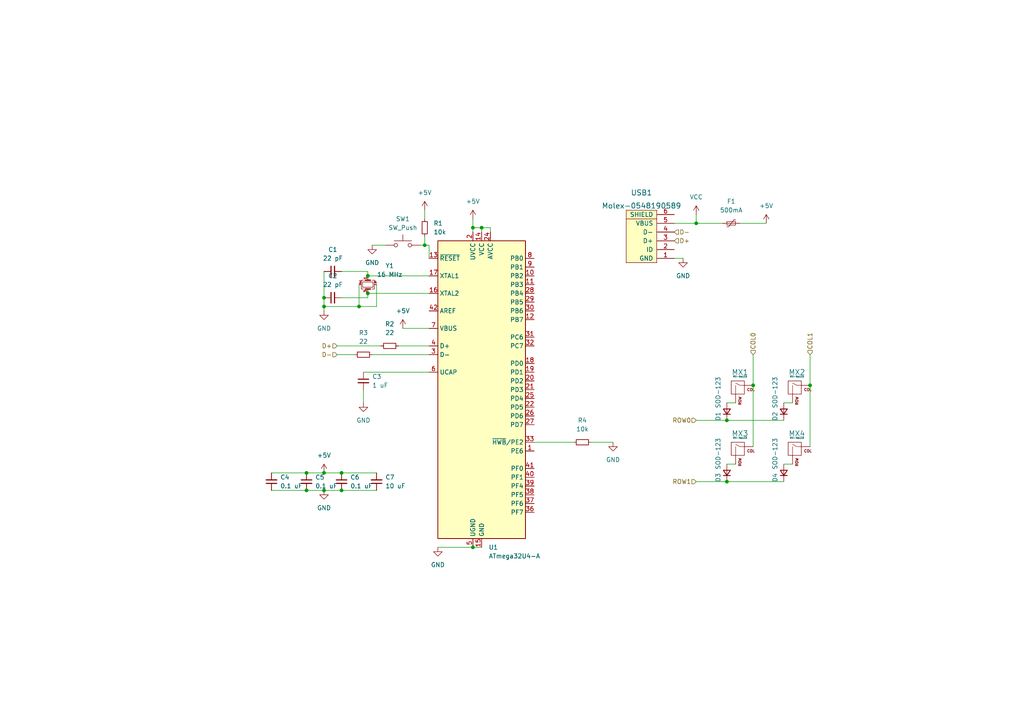
<source format=kicad_sch>
(kicad_sch (version 20211123) (generator eeschema)
  (paper "A4")
  (lib_symbols
    (symbol "Device:C_Small" (pin_numbers hide) (pin_names (offset 0.254) hide)
      (property "Reference" "C" (at 0.254 1.778 0))
      (property "Value" "C_Small" (at 0.254 -2.032 0))
      (symbol "C_Small_0_1"
        (polyline (pts (xy -1.524 -0.508) (xy 1.524 -0.508)) (stroke (width 0.3302)))
        (polyline (pts (xy -1.524 0.508) (xy 1.524 0.508)) (stroke (width 0.3048)))
      )
      (symbol "C_Small_1_1"
        (pin passive line (at 0 2.54 270) (length 2.032) (name "~") (number "1"))
        (pin passive line (at 0 -2.54 90) (length 2.032) (name "~") (number "2"))
      )
    )
    (symbol "Device:Crystal_GND24_Small" (pin_names (offset 1.016) hide)
      (property "Reference" "Y" (at 1.27 4.445 0))
      (property "Value" "Crystal_GND24_Small" (at 1.27 2.54 0))
      (symbol "Crystal_GND24_Small_0_1"
        (rectangle (start -0.762 -1.524) (end 0.762 1.524))
        (polyline (pts (xy -1.27 -0.762) (xy -1.27 0.762)) (stroke (width 0.381)))
        (polyline (pts (xy 1.27 -0.762) (xy 1.27 0.762)) (stroke (width 0.381)))
        (polyline (pts (xy -1.27 -1.27) (xy -1.27 -1.905) (xy 1.27 -1.905) (xy 1.27 -1.27)))
        (polyline (pts (xy -1.27 1.27) (xy -1.27 1.905) (xy 1.27 1.905) (xy 1.27 1.27)))
      )
      (symbol "Crystal_GND24_Small_1_1"
        (pin passive line (at -2.54 0 0) (length 1.27) (name "1") (number "1"))
        (pin passive line (at 0 -2.54 90) (length 0.635) (name "2") (number "2"))
        (pin passive line (at 2.54 0 180) (length 1.27) (name "3") (number "3"))
        (pin passive line (at 0 2.54 270) (length 0.635) (name "4") (number "4"))
      )
    )
    (symbol "Device:D_Small" (pin_numbers hide) (pin_names (offset 0.254) hide)
      (property "Reference" "D" (at -1.27 2.032 0))
      (property "Value" "D_Small" (at -3.81 -2.032 0))
      (symbol "D_Small_0_1"
        (polyline (pts (xy -0.762 -1.016) (xy -0.762 1.016)) (stroke (width 0.254)))
        (polyline (pts (xy -0.762 0) (xy 0.762 0)))
        (polyline (pts (xy 0.762 -1.016) (xy -0.762 0) (xy 0.762 1.016) (xy 0.762 -1.016)) (stroke (width 0.254)))
      )
      (symbol "D_Small_1_1"
        (pin passive line (at -2.54 0 0) (length 1.778) (name "K") (number "1"))
        (pin passive line (at 2.54 0 180) (length 1.778) (name "A") (number "2"))
      )
    )
    (symbol "Device:Polyfuse_Small" (pin_numbers hide) (pin_names (offset 0))
      (property "Reference" "F" (at -1.905 0 90))
      (property "Value" "Polyfuse_Small" (at 1.905 0 90))
      (symbol "Polyfuse_Small_0_1"
        (rectangle (start -0.508 1.27) (end 0.508 -1.27))
        (polyline (pts (xy 0 2.54) (xy 0 -2.54)))
        (polyline (pts (xy -1.016 1.27) (xy -1.016 0.762) (xy 1.016 -0.762) (xy 1.016 -1.27)))
      )
      (symbol "Polyfuse_Small_1_1"
        (pin passive line (at 0 2.54 270) (length 0.635) (name "~") (number "1"))
        (pin passive line (at 0 -2.54 90) (length 0.635) (name "~") (number "2"))
      )
    )
    (symbol "Device:R_Small" (pin_numbers hide) (pin_names (offset 0.254) hide)
      (property "Reference" "R" (at 0.762 0.508 0))
      (property "Value" "R_Small" (at 0.762 -1.016 0))
      (symbol "R_Small_0_1"
        (rectangle (start -0.762 1.778) (end 0.762 -1.778) (stroke (width 0.2032)))
      )
      (symbol "R_Small_1_1"
        (pin passive line (at 0 2.54 270) (length 0.762) (name "~") (number "1"))
        (pin passive line (at 0 -2.54 90) (length 0.762) (name "~") (number "2"))
      )
    )
    (symbol "MCU_Microchip_ATmega:ATmega32U4-A"
      (property "Reference" "U" (at -12.7 44.45 0))
      (property "Value" "ATmega32U4-A" (at 2.54 -44.45 0))
      (symbol "ATmega32U4-A_0_1"
        (rectangle (start -12.7 -43.18) (end 12.7 43.18) (stroke (width 0.254)) (fill (type background)))
      )
      (symbol "ATmega32U4-A_1_1"
        (pin bidirectional line (at 15.24 -17.78 180) (length 2.54) (name "PE6") (number "1"))
        (pin bidirectional line (at 15.24 33.02 180) (length 2.54) (name "PB2") (number "10"))
        (pin bidirectional line (at 15.24 30.48 180) (length 2.54) (name "PB3") (number "11"))
        (pin bidirectional line (at 15.24 20.32 180) (length 2.54) (name "PB7") (number "12"))
        (pin input line (at -15.24 38.1 0) (length 2.54) (name "~{RESET}") (number "13"))
        (pin power_in line (at 0 45.72 270) (length 2.54) (name "VCC") (number "14"))
        (pin power_in line (at 0 -45.72 90) (length 2.54) (name "GND") (number "15"))
        (pin output line (at -15.24 27.94 0) (length 2.54) (name "XTAL2") (number "16"))
        (pin input line (at -15.24 33.02 0) (length 2.54) (name "XTAL1") (number "17"))
        (pin bidirectional line (at 15.24 7.62 180) (length 2.54) (name "PD0") (number "18"))
        (pin bidirectional line (at 15.24 5.08 180) (length 2.54) (name "PD1") (number "19"))
        (pin power_in line (at -2.54 45.72 270) (length 2.54) (name "UVCC") (number "2"))
        (pin bidirectional line (at 15.24 2.54 180) (length 2.54) (name "PD2") (number "20"))
        (pin bidirectional line (at 15.24 0 180) (length 2.54) (name "PD3") (number "21"))
        (pin bidirectional line (at 15.24 -5.08 180) (length 2.54) (name "PD5") (number "22"))
        (pin passive line (at 0 -45.72 90) (length 2.54) hide (name "GND") (number "23"))
        (pin power_in line (at 2.54 45.72 270) (length 2.54) (name "AVCC") (number "24"))
        (pin bidirectional line (at 15.24 -2.54 180) (length 2.54) (name "PD4") (number "25"))
        (pin bidirectional line (at 15.24 -7.62 180) (length 2.54) (name "PD6") (number "26"))
        (pin bidirectional line (at 15.24 -10.16 180) (length 2.54) (name "PD7") (number "27"))
        (pin bidirectional line (at 15.24 27.94 180) (length 2.54) (name "PB4") (number "28"))
        (pin bidirectional line (at 15.24 25.4 180) (length 2.54) (name "PB5") (number "29"))
        (pin bidirectional line (at -15.24 10.16 0) (length 2.54) (name "D-") (number "3"))
        (pin bidirectional line (at 15.24 22.86 180) (length 2.54) (name "PB6") (number "30"))
        (pin bidirectional line (at 15.24 15.24 180) (length 2.54) (name "PC6") (number "31"))
        (pin bidirectional line (at 15.24 12.7 180) (length 2.54) (name "PC7") (number "32"))
        (pin bidirectional line (at 15.24 -15.24 180) (length 2.54) (name "~{HWB}/PE2") (number "33"))
        (pin passive line (at 0 45.72 270) (length 2.54) hide (name "VCC") (number "34"))
        (pin passive line (at 0 -45.72 90) (length 2.54) hide (name "GND") (number "35"))
        (pin bidirectional line (at 15.24 -35.56 180) (length 2.54) (name "PF7") (number "36"))
        (pin bidirectional line (at 15.24 -33.02 180) (length 2.54) (name "PF6") (number "37"))
        (pin bidirectional line (at 15.24 -30.48 180) (length 2.54) (name "PF5") (number "38"))
        (pin bidirectional line (at 15.24 -27.94 180) (length 2.54) (name "PF4") (number "39"))
        (pin bidirectional line (at -15.24 12.7 0) (length 2.54) (name "D+") (number "4"))
        (pin bidirectional line (at 15.24 -25.4 180) (length 2.54) (name "PF1") (number "40"))
        (pin bidirectional line (at 15.24 -22.86 180) (length 2.54) (name "PF0") (number "41"))
        (pin passive line (at -15.24 22.86 0) (length 2.54) (name "AREF") (number "42"))
        (pin passive line (at 0 -45.72 90) (length 2.54) hide (name "GND") (number "43"))
        (pin passive line (at 2.54 45.72 270) (length 2.54) hide (name "AVCC") (number "44"))
        (pin passive line (at -2.54 -45.72 90) (length 2.54) (name "UGND") (number "5"))
        (pin passive line (at -15.24 5.08 0) (length 2.54) (name "UCAP") (number "6"))
        (pin input line (at -15.24 17.78 0) (length 2.54) (name "VBUS") (number "7"))
        (pin bidirectional line (at 15.24 38.1 180) (length 2.54) (name "PB0") (number "8"))
        (pin bidirectional line (at 15.24 35.56 180) (length 2.54) (name "PB1") (number "9"))
      )
    )
    (symbol "MX_Alps_Hybrid:MX-NoLED" (pin_names (offset 1.016))
      (property "Reference" "MX" (at -0.635 3.81 0))
      (property "Value" "MX-NoLED" (at -0.635 1.27 0))
      (symbol "MX-NoLED_0_0"
        (rectangle (start -2.54 2.54) (end 1.27 -1.27))
        (polyline (pts (xy -1.27 -1.27) (xy -1.27 1.27)) (stroke (width 0.127)))
        (polyline (pts (xy 1.27 1.27) (xy 0 1.27) (xy -1.27 1.905)) (stroke (width 0.127)))
        (text "COL" (at 3.175 0 0) (effects (font (size 0.762 0.762))))
        (text "ROW" (at 0 -1.905 900) (effects (font (size 0.762 0.762)) (justify right)))
      )
      (symbol "MX-NoLED_1_1"
        (pin passive line (at 3.81 1.27 180) (length 2.54) (name "COL") (number "1"))
        (pin passive line (at -1.27 -3.81 90) (length 2.54) (name "ROW") (number "2"))
      )
    )
    (symbol "Switch:SW_Push" (pin_numbers hide) (pin_names (offset 1.016) hide)
      (property "Reference" "SW" (at 1.27 2.54 0))
      (property "Value" "SW_Push" (at 0 -1.524 0))
      (symbol "SW_Push_0_1"
        (circle (center -2.032 0) (radius 0.508))
        (polyline (pts (xy 0 1.27) (xy 0 3.048)))
        (polyline (pts (xy 2.54 1.27) (xy -2.54 1.27)))
        (circle (center 2.032 0) (radius 0.508))
        (pin passive line (at -5.08 0 0) (length 2.54) (name "1") (number "1"))
        (pin passive line (at 5.08 0 180) (length 2.54) (name "2") (number "2"))
      )
    )
    (symbol "power:+5V" (power) (pin_names (offset 0))
      (property "Value" "+5V" (at 0 3.556 0))
      (symbol "+5V_0_1"
        (polyline (pts (xy -0.762 1.27) (xy 0 2.54)))
        (polyline (pts (xy 0 0) (xy 0 2.54)))
        (polyline (pts (xy 0 2.54) (xy 0.762 1.27)))
      )
      (symbol "+5V_1_1"
        (pin power_in line (at 0 0 90) (length 0) hide (name "+5V") (number "1"))
      )
    )
    (symbol "power:GND" (power) (pin_names (offset 0))
      (property "Value" "GND" (at 0 -3.81 0))
      (symbol "GND_0_1"
        (polyline (pts (xy 0 0) (xy 0 -1.27) (xy 1.27 -1.27) (xy 0 -2.54) (xy -1.27 -1.27) (xy 0 -1.27)))
      )
      (symbol "GND_1_1"
        (pin power_in line (at 0 0 270) (length 0) hide (name "GND") (number "1"))
      )
    )
    (symbol "power:VCC" (power) (pin_names (offset 0))
      (property "Value" "VCC" (at 0 3.81 0))
      (symbol "VCC_0_1"
        (polyline (pts (xy -0.762 1.27) (xy 0 2.54)))
        (polyline (pts (xy 0 0) (xy 0 2.54)))
        (polyline (pts (xy 0 2.54) (xy 0.762 1.27)))
      )
      (symbol "VCC_1_1"
        (pin power_in line (at 0 0 90) (length 0) hide (name "VCC") (number "1"))
      )
    )
    (symbol "random-keyboard-parts:Molex-0548190589" (pin_names (offset 1.016))
      (property "Reference" "USB" (at 0 7.62 0))
      (property "Value" "Molex-0548190589" (at 0 10.16 0))
      (symbol "Molex-0548190589_0_0"
        (polyline (pts (xy 6.35 -2.54) (xy 6.35 6.35)))
        (rectangle (start 8.89 -2.54) (end -6.35 6.35) (fill (type background)))
      )
      (symbol "Molex-0548190589_1_1"
        (pin input line (at -5.08 -7.62 90) (length 5.08) (name "GND") (number "1"))
        (pin input line (at -2.54 -7.62 90) (length 5.08) (name "ID") (number "2"))
        (pin input line (at 0 -7.62 90) (length 5.08) (name "D+") (number "3"))
        (pin input line (at 2.54 -7.62 90) (length 5.08) (name "D-") (number "4"))
        (pin input line (at 5.08 -7.62 90) (length 5.08) (name "VBUS") (number "5"))
        (pin input line (at 7.62 -7.62 90) (length 5.08) (name "SHIELD") (number "6"))
      )
    )
  )
  (junction (at 88.9 137.16))
  (junction (at 99.06 142.24))
  (junction (at 93.98 88.9))
  (junction (at 99.06 137.16))
  (junction (at 139.7 66.04))
  (junction (at 210.82 121.92))
  (junction (at 123.19 71.12))
  (junction (at 104.14 88.9))
  (junction (at 137.16 158.75))
  (junction (at 88.9 142.24))
  (junction (at 106.68 80.01))
  (junction (at 201.93 64.77))
  (junction (at 137.16 66.04))
  (junction (at 106.68 85.09))
  (junction (at 218.44 111.76))
  (junction (at 210.82 139.7))
  (junction (at 93.98 86.36))
  (junction (at 234.95 111.76))
  (junction (at 93.98 142.24))
  (junction (at 93.98 137.16))
  (wire (pts (xy 201.93 64.77) (xy 209.55 64.77)))
  (wire (pts (xy 210.82 116.84) (xy 213.36 116.84)))
  (wire (pts (xy 115.57 100.33) (xy 124.46 100.33)))
  (wire (pts (xy 106.68 80.01) (xy 124.46 80.01)))
  (wire (pts (xy 99.06 137.16) (xy 109.22 137.16)))
  (wire (pts (xy 201.93 139.7) (xy 210.82 139.7)))
  (wire (pts (xy 123.19 68.58) (xy 123.19 71.12)))
  (wire (pts (xy 210.82 134.62) (xy 213.36 134.62)))
  (wire (pts (xy 121.92 71.12) (xy 123.19 71.12)))
  (wire (pts (xy 93.98 78.74) (xy 93.98 86.36)))
  (wire (pts (xy 139.7 66.04) (xy 142.24 66.04)))
  (wire (pts (xy 124.46 74.93) (xy 124.46 71.12)))
  (wire (pts (xy 105.41 107.95) (xy 124.46 107.95)))
  (wire (pts (xy 97.79 102.87) (xy 102.87 102.87)))
  (wire (pts (xy 142.24 67.31) (xy 142.24 66.04)))
  (wire (pts (xy 214.63 64.77) (xy 222.25 64.77)))
  (wire (pts (xy 195.58 74.93) (xy 198.12 74.93)))
  (wire (pts (xy 99.06 78.74) (xy 106.68 78.74)))
  (wire (pts (xy 93.98 86.36) (xy 93.98 88.9)))
  (wire (pts (xy 137.16 158.75) (xy 139.7 158.75)))
  (wire (pts (xy 104.14 88.9) (xy 109.22 88.9)))
  (wire (pts (xy 201.93 121.92) (xy 210.82 121.92)))
  (wire (pts (xy 201.93 62.23) (xy 201.93 64.77)))
  (wire (pts (xy 137.16 66.04) (xy 137.16 67.31)))
  (wire (pts (xy 99.06 142.24) (xy 109.22 142.24)))
  (wire (pts (xy 109.22 82.55) (xy 109.22 88.9)))
  (wire (pts (xy 210.82 121.92) (xy 227.33 121.92)))
  (wire (pts (xy 227.33 134.62) (xy 229.87 134.62)))
  (wire (pts (xy 106.68 85.09) (xy 124.46 85.09)))
  (wire (pts (xy 93.98 88.9) (xy 104.14 88.9)))
  (wire (pts (xy 218.44 111.76) (xy 218.44 129.54)))
  (wire (pts (xy 127 158.75) (xy 137.16 158.75)))
  (wire (pts (xy 78.74 137.16) (xy 88.9 137.16)))
  (wire (pts (xy 106.68 80.01) (xy 106.68 78.74)))
  (wire (pts (xy 93.98 88.9) (xy 93.98 90.17)))
  (wire (pts (xy 107.95 71.12) (xy 111.76 71.12)))
  (wire (pts (xy 234.95 111.76) (xy 234.95 129.54)))
  (wire (pts (xy 105.41 113.03) (xy 105.41 116.84)))
  (wire (pts (xy 78.74 142.24) (xy 88.9 142.24)))
  (wire (pts (xy 104.14 82.55) (xy 104.14 88.9)))
  (wire (pts (xy 97.79 100.33) (xy 110.49 100.33)))
  (wire (pts (xy 137.16 63.5) (xy 137.16 66.04)))
  (wire (pts (xy 123.19 71.12) (xy 124.46 71.12)))
  (wire (pts (xy 88.9 142.24) (xy 93.98 142.24)))
  (wire (pts (xy 93.98 137.16) (xy 99.06 137.16)))
  (wire (pts (xy 195.58 64.77) (xy 201.93 64.77)))
  (wire (pts (xy 218.44 102.87) (xy 218.44 111.76)))
  (wire (pts (xy 210.82 139.7) (xy 227.33 139.7)))
  (wire (pts (xy 154.94 128.27) (xy 166.37 128.27)))
  (wire (pts (xy 139.7 66.04) (xy 139.7 67.31)))
  (wire (pts (xy 227.33 116.84) (xy 229.87 116.84)))
  (wire (pts (xy 107.95 102.87) (xy 124.46 102.87)))
  (wire (pts (xy 106.68 85.09) (xy 106.68 86.36)))
  (wire (pts (xy 88.9 137.16) (xy 93.98 137.16)))
  (wire (pts (xy 137.16 66.04) (xy 139.7 66.04)))
  (wire (pts (xy 99.06 86.36) (xy 106.68 86.36)))
  (wire (pts (xy 93.98 142.24) (xy 99.06 142.24)))
  (wire (pts (xy 171.45 128.27) (xy 177.8 128.27)))
  (wire (pts (xy 123.19 60.96) (xy 123.19 63.5)))
  (wire (pts (xy 234.95 102.87) (xy 234.95 111.76)))
  (wire (pts (xy 116.84 95.25) (xy 124.46 95.25)))
  (hierarchical_label "D-" (shape input) (at 195.58 67.31 0))
  (hierarchical_label "D+" (shape input) (at 195.58 69.85 0))
  (hierarchical_label "D+" (shape input) (at 97.79 100.33 180))
  (hierarchical_label "D-" (shape input) (at 97.79 102.87 180))
  (hierarchical_label "ROW1" (shape input) (at 201.93 139.7 180))
  (hierarchical_label "ROW0" (shape input) (at 201.93 121.92 180))
  (hierarchical_label "COL1" (shape input) (at 234.95 102.87 90))
  (hierarchical_label "COL0" (shape input) (at 218.44 102.87 90))
  (symbol (lib_id "MX_Alps_Hybrid:MX-NoLED") (at 231.14 113.03 0) (unit 1)
    (property "Reference" "MX2" (at 231.14 107.95 0) (effects (font (size 1.524 1.524))))
    (property "Value" "MX-NoLED" (at 231.14 109.22 0) (effects (font (size 0.508 0.508))))
    (property "Footprint" "MX_Alps_Hybrid:MX-1U-NoLED" (effects hide))
  )
  (symbol (lib_id "power:GND") (at 107.95 71.12 0) (unit 1)
    (property "Reference" "#PWR0108" (effects hide))
    (property "Value" "GND" (at 107.95 76.2 0))
  )
  (symbol (lib_id "power:+5V") (at 116.84 95.25 0) (unit 1)
    (property "Reference" "#PWR0107" (effects hide))
    (property "Value" "+5V" (at 116.84 90.17 0))
  )
  (symbol (lib_id "Device:R_Small") (at 123.19 66.04 0) (unit 1)
    (property "Reference" "R1" (at 125.73 64.7699 0) (effects (justify left)))
    (property "Value" "10k" (at 125.73 67.3099 0) (effects (justify left)))
    (property "Footprint" "Resistor_SMD:R_0805_2012Metric" (effects hide))
  )
  (symbol (lib_id "Device:D_Small") (at 210.82 137.16 90) (unit 1)
    (property "Reference" "D3" (at 208.28 137.16 0) (effects (justify right)))
    (property "Value" "SOD-123" (at 208.2801 127 0) (effects (justify right)))
    (property "Footprint" "Diode_SMD:D_SOD-123" (effects hide))
  )
  (symbol (lib_id "power:+5V") (at 93.98 137.16 0) (unit 1)
    (property "Reference" "#PWR0102" (effects hide))
    (property "Value" "+5V" (at 93.98 132.08 0))
  )
  (symbol (lib_id "power:VCC") (at 201.93 62.23 0) (unit 1)
    (property "Reference" "#PWR0112" (effects hide))
    (property "Value" "VCC" (at 201.93 57.15 0))
  )
  (symbol (lib_id "Device:C_Small") (at 88.9 139.7 0) (unit 1)
    (property "Reference" "C5" (at 91.44 138.4362 0) (effects (justify left)))
    (property "Value" "0.1 uF" (at 91.44 140.9762 0) (effects (justify left)))
    (property "Footprint" "Capacitor_SMD:C_0805_2012Metric" (effects hide))
  )
  (symbol (lib_id "Device:R_Small") (at 113.03 100.33 90) (unit 1)
    (property "Reference" "R2" (at 113.03 93.98 90))
    (property "Value" "22" (at 113.03 96.52 90))
    (property "Footprint" "Resistor_SMD:R_0805_2012Metric" (effects hide))
  )
  (symbol (lib_id "Device:C_Small") (at 99.06 139.7 0) (unit 1)
    (property "Reference" "C6" (at 101.6 138.4362 0) (effects (justify left)))
    (property "Value" "0.1 uF" (at 101.6 140.9762 0) (effects (justify left)))
    (property "Footprint" "Capacitor_SMD:C_0805_2012Metric" (effects hide))
  )
  (symbol (lib_id "power:+5V") (at 123.19 60.96 0) (unit 1)
    (property "Reference" "#PWR0105" (effects hide))
    (property "Value" "+5V" (at 123.19 55.88 0))
  )
  (symbol (lib_id "power:GND") (at 177.8 128.27 0) (unit 1)
    (property "Reference" "#PWR0110" (effects hide))
    (property "Value" "GND" (at 177.8 133.35 0))
  )
  (symbol (lib_id "Device:C_Small") (at 109.22 139.7 180) (unit 1)
    (property "Reference" "C7" (at 111.76 138.4235 0) (effects (justify right)))
    (property "Value" "10 uF" (at 111.76 140.9635 0) (effects (justify right)))
    (property "Footprint" "Capacitor_SMD:C_0805_2012Metric" (effects hide))
  )
  (symbol (lib_id "power:GND") (at 105.41 116.84 0) (unit 1)
    (property "Reference" "#PWR0104" (effects hide))
    (property "Value" "GND" (at 105.41 121.92 0))
  )
  (symbol (lib_id "Device:C_Small") (at 96.52 86.36 90) (unit 1)
    (property "Reference" "C2" (at 96.5263 80.01 90))
    (property "Value" "22 pF" (at 96.5263 82.55 90))
    (property "Footprint" "Capacitor_SMD:C_0805_2012Metric" (effects hide))
  )
  (symbol (lib_id "power:+5V") (at 137.16 63.5 0) (unit 1)
    (property "Reference" "#PWR0106" (effects hide))
    (property "Value" "+5V" (at 137.16 58.42 0))
  )
  (symbol (lib_id "Device:C_Small") (at 105.41 110.49 0) (unit 1)
    (property "Reference" "C3" (at 107.95 109.2262 0) (effects (justify left)))
    (property "Value" "1 uF" (at 107.95 111.7662 0) (effects (justify left)))
    (property "Footprint" "Capacitor_SMD:C_0805_2012Metric" (effects hide))
  )
  (symbol (lib_id "MX_Alps_Hybrid:MX-NoLED") (at 214.63 113.03 0) (unit 1)
    (property "Reference" "MX1" (at 214.63 107.95 0) (effects (font (size 1.524 1.524))))
    (property "Value" "MX-NoLED" (at 214.63 109.22 0) (effects (font (size 0.508 0.508))))
    (property "Footprint" "MX_Alps_Hybrid:MX-1U-NoLED" (effects hide))
  )
  (symbol (lib_id "Device:D_Small") (at 227.33 137.16 90) (unit 1)
    (property "Reference" "D4" (at 224.79 137.16 0) (effects (justify right)))
    (property "Value" "SOD-123" (at 224.7901 127 0) (effects (justify right)))
    (property "Footprint" "Diode_SMD:D_SOD-123" (effects hide))
  )
  (symbol (lib_id "Device:C_Small") (at 96.52 78.74 90) (unit 1)
    (property "Reference" "C1" (at 96.5263 72.39 90))
    (property "Value" "22 pF" (at 96.5263 74.93 90))
    (property "Footprint" "Capacitor_SMD:C_0805_2012Metric" (effects hide))
  )
  (symbol (lib_id "Device:C_Small") (at 78.74 139.7 180) (unit 1)
    (property "Reference" "C4" (at 81.28 138.4235 0) (effects (justify right)))
    (property "Value" "0.1 uF" (at 81.28 140.9635 0) (effects (justify right)))
    (property "Footprint" "Capacitor_SMD:C_0805_2012Metric" (effects hide))
  )
  (symbol (lib_id "power:+5V") (at 222.25 64.77 0) (unit 1)
    (property "Reference" "#PWR0113" (effects hide))
    (property "Value" "+5V" (at 222.25 59.69 0))
  )
  (symbol (lib_id "Device:R_Small") (at 168.91 128.27 90) (unit 1)
    (property "Reference" "R4" (at 168.91 121.92 90))
    (property "Value" "10k" (at 168.91 124.46 90))
    (property "Footprint" "Resistor_SMD:R_0805_2012Metric" (effects hide))
  )
  (symbol (lib_id "power:GND") (at 93.98 142.24 0) (unit 1)
    (property "Reference" "#PWR0101" (effects hide))
    (property "Value" "GND" (at 93.98 147.32 0))
  )
  (symbol (lib_id "power:GND") (at 127 158.75 0) (unit 1)
    (property "Reference" "#PWR0109" (effects hide))
    (property "Value" "GND" (at 127 163.83 0))
  )
  (symbol (lib_id "random-keyboard-parts:Molex-0548190589") (at 187.96 69.85 90) (unit 1)
    (property "Reference" "USB1" (at 186.055 55.88 90) (effects (font (size 1.524 1.524))))
    (property "Value" "Molex-0548190589" (at 186.055 59.69 90) (effects (font (size 1.524 1.524))))
    (property "Footprint" "random-keyboard-parts:Molex-0548190589" (effects hide))
  )
  (symbol (lib_id "Device:D_Small") (at 210.82 119.38 90) (unit 1)
    (property "Reference" "D1" (at 208.28 119.38 0) (effects (justify right)))
    (property "Value" "SOD-123" (at 208.2801 109.22 0) (effects (justify right)))
    (property "Footprint" "Diode_SMD:D_SOD-123" (effects hide))
  )
  (symbol (lib_id "MCU_Microchip_ATmega:ATmega32U4-A") (at 139.7 113.03 0) (unit 1)
    (property "Reference" "U1" (at 141.7194 158.75 0) (effects (justify left)))
    (property "Value" "ATmega32U4-A" (at 141.7194 161.29 0) (effects (justify left)))
    (property "Footprint" "Package_QFP:TQFP-44_10x10mm_P0.8mm" (effects hide))
    (property "Datasheet" "http://ww1.microchip.com/downloads/en/DeviceDoc/Atmel-7766-8-bit-AVR-ATmega16U4-32U4_Datasheet.pdf" (effects hide))
  )
  (symbol (lib_id "Device:Crystal_GND24_Small") (at 106.68 82.55 270) (unit 1)
    (property "Reference" "Y1" (at 113.03 77.0888 90))
    (property "Value" "16 MHz" (at 113.03 79.6288 90))
    (property "Footprint" "Crystal:Crystal_SMD_3225-4Pin_3.2x2.5mm" (effects hide))
  )
  (symbol (lib_id "MX_Alps_Hybrid:MX-NoLED") (at 214.63 130.81 0) (unit 1)
    (property "Reference" "MX3" (at 214.63 125.73 0) (effects (font (size 1.524 1.524))))
    (property "Value" "MX-NoLED" (at 214.63 127 0) (effects (font (size 0.508 0.508))))
    (property "Footprint" "MX_Alps_Hybrid:MX-1U-NoLED" (effects hide))
  )
  (symbol (lib_id "power:GND") (at 198.12 74.93 0) (unit 1)
    (property "Reference" "#PWR0111" (effects hide))
    (property "Value" "GND" (at 198.12 80.01 0))
  )
  (symbol (lib_id "Switch:SW_Push") (at 116.84 71.12 0) (unit 1)
    (property "Reference" "SW1" (at 116.84 63.5 0))
    (property "Value" "SW_Push" (at 116.84 66.04 0))
    (property "Footprint" "random-keyboard-parts:SKQG-1155865" (effects hide))
  )
  (symbol (lib_id "Device:Polyfuse_Small") (at 212.09 64.77 90) (unit 1)
    (property "Reference" "F1" (at 212.09 58.42 90))
    (property "Value" "500mA" (at 212.09 60.96 90))
    (property "Footprint" "Fuse:Fuse_1206_3216Metric" (effects hide))
  )
  (symbol (lib_id "MX_Alps_Hybrid:MX-NoLED") (at 231.14 130.81 0) (unit 1)
    (property "Reference" "MX4" (at 231.14 125.73 0) (effects (font (size 1.524 1.524))))
    (property "Value" "MX-NoLED" (at 231.14 127 0) (effects (font (size 0.508 0.508))))
    (property "Footprint" "MX_Alps_Hybrid:MX-1U-NoLED" (effects hide))
  )
  (symbol (lib_id "Device:D_Small") (at 227.33 119.38 90) (unit 1)
    (property "Reference" "D2" (at 224.79 119.38 0) (effects (justify right)))
    (property "Value" "SOD-123" (at 224.7901 109.22 0) (effects (justify right)))
    (property "Footprint" "Diode_SMD:D_SOD-123" (effects hide))
  )
  (symbol (lib_id "Device:R_Small") (at 105.41 102.87 90) (unit 1)
    (property "Reference" "R3" (at 105.41 96.52 90))
    (property "Value" "22" (at 105.41 99.06 90))
    (property "Footprint" "Resistor_SMD:R_0805_2012Metric" (effects hide))
  )
  (symbol (lib_id "power:GND") (at 93.98 90.17 0) (unit 1)
    (property "Reference" "#PWR0103" (effects hide))
    (property "Value" "GND" (at 93.98 95.25 0))
  )
)
</source>
